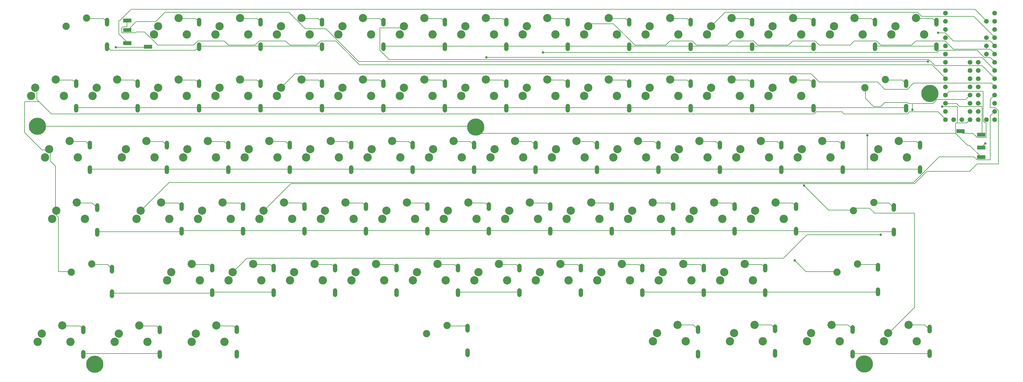
<source format=gbr>
G04 EAGLE Gerber X2 export*
%TF.Part,Single*%
%TF.FileFunction,Copper,L2,Bot,Mixed*%
%TF.FilePolarity,Positive*%
%TF.GenerationSoftware,Autodesk,EAGLE,9.1.2*%
%TF.CreationDate,2018-08-12T18:09:38Z*%
G75*
%MOMM*%
%FSLAX34Y34*%
%LPD*%
%AMOC8*
5,1,8,0,0,1.08239X$1,22.5*%
G01*
%ADD10C,2.540000*%
%ADD11C,2.571600*%
%ADD12C,1.320800*%
%ADD13C,2.250000*%
%ADD14R,2.500000X1.200000*%
%ADD15C,5.334000*%
%ADD16C,1.473200*%
%ADD17C,0.152400*%
%ADD18C,0.756400*%


D10*
X326390Y716280D03*
X389890Y741680D03*
D11*
X313690Y690880D03*
X415290Y690880D03*
D10*
X516890Y716280D03*
X580390Y741680D03*
D11*
X504190Y690880D03*
X605790Y690880D03*
D10*
X707390Y716280D03*
X770890Y741680D03*
D11*
X694690Y690880D03*
X796290Y690880D03*
D10*
X897890Y716280D03*
X961390Y741680D03*
D11*
X885190Y690880D03*
X986790Y690880D03*
D10*
X1088390Y716280D03*
X1151890Y741680D03*
D11*
X1075690Y690880D03*
X1177290Y690880D03*
D10*
X1278890Y716280D03*
X1342390Y741680D03*
D11*
X1266190Y690880D03*
X1367790Y690880D03*
D10*
X1469390Y716280D03*
X1532890Y741680D03*
D11*
X1456690Y690880D03*
X1558290Y690880D03*
D10*
X1659890Y716280D03*
X1723390Y741680D03*
D11*
X1647190Y690880D03*
X1748790Y690880D03*
D10*
X1850390Y716280D03*
X1913890Y741680D03*
D11*
X1837690Y690880D03*
X1939290Y690880D03*
D10*
X2040890Y716280D03*
X2104390Y741680D03*
D11*
X2028190Y690880D03*
X2129790Y690880D03*
D10*
X2231390Y716280D03*
X2294890Y741680D03*
D11*
X2218690Y690880D03*
X2320290Y690880D03*
D10*
X2421890Y716280D03*
X2485390Y741680D03*
D11*
X2409190Y690880D03*
X2510790Y690880D03*
D10*
X2659380Y716280D03*
X2722880Y741680D03*
D11*
X2646680Y690880D03*
X2748280Y690880D03*
D12*
X453390Y722376D02*
X453390Y735584D01*
X453390Y659384D02*
X453390Y646176D01*
X643890Y722376D02*
X643890Y735584D01*
X643890Y659384D02*
X643890Y646176D01*
X834390Y722376D02*
X834390Y735584D01*
X834390Y659384D02*
X834390Y646176D01*
X1024890Y722376D02*
X1024890Y735584D01*
X1024890Y659384D02*
X1024890Y646176D01*
X1215390Y722376D02*
X1215390Y735584D01*
X1215390Y659384D02*
X1215390Y646176D01*
X1405890Y722376D02*
X1405890Y735584D01*
X1405890Y659384D02*
X1405890Y646176D01*
X1596390Y722376D02*
X1596390Y735584D01*
X1596390Y659384D02*
X1596390Y646176D01*
X1786890Y722376D02*
X1786890Y735584D01*
X1786890Y659384D02*
X1786890Y646176D01*
X1977390Y722376D02*
X1977390Y735584D01*
X1977390Y659384D02*
X1977390Y646176D01*
X2167890Y722376D02*
X2167890Y735584D01*
X2167890Y659384D02*
X2167890Y646176D01*
X2358390Y722376D02*
X2358390Y735584D01*
X2358390Y659384D02*
X2358390Y646176D01*
X2548890Y722376D02*
X2548890Y735584D01*
X2548890Y659384D02*
X2548890Y646176D01*
X2788920Y722376D02*
X2788920Y735584D01*
X2788920Y659384D02*
X2788920Y646176D01*
D10*
X372110Y525780D03*
X435610Y551180D03*
D11*
X359410Y500380D03*
X461010Y500380D03*
D10*
X562610Y525780D03*
X626110Y551180D03*
D11*
X549910Y500380D03*
X651510Y500380D03*
D10*
X753110Y525780D03*
X816610Y551180D03*
D11*
X740410Y500380D03*
X842010Y500380D03*
D10*
X943610Y525780D03*
X1007110Y551180D03*
D11*
X930910Y500380D03*
X1032510Y500380D03*
D10*
X1134110Y525780D03*
X1197610Y551180D03*
D11*
X1121410Y500380D03*
X1223010Y500380D03*
D10*
X1324610Y525780D03*
X1388110Y551180D03*
D11*
X1311910Y500380D03*
X1413510Y500380D03*
D10*
X1515110Y525780D03*
X1578610Y551180D03*
D11*
X1502410Y500380D03*
X1604010Y500380D03*
D10*
X1705610Y525780D03*
X1769110Y551180D03*
D11*
X1692910Y500380D03*
X1794510Y500380D03*
D10*
X1896110Y525780D03*
X1959610Y551180D03*
D11*
X1883410Y500380D03*
X1985010Y500380D03*
D10*
X2086610Y525780D03*
X2150110Y551180D03*
D11*
X2073910Y500380D03*
X2175510Y500380D03*
D10*
X2277110Y525780D03*
X2340610Y551180D03*
D11*
X2264410Y500380D03*
X2366010Y500380D03*
D12*
X499110Y531876D02*
X499110Y545084D01*
X499110Y468884D02*
X499110Y455676D01*
X689610Y531876D02*
X689610Y545084D01*
X689610Y468884D02*
X689610Y455676D01*
X880110Y531876D02*
X880110Y545084D01*
X880110Y468884D02*
X880110Y455676D01*
X1070610Y531876D02*
X1070610Y545084D01*
X1070610Y468884D02*
X1070610Y455676D01*
X1261110Y531876D02*
X1261110Y545084D01*
X1261110Y468884D02*
X1261110Y455676D01*
X1451610Y531876D02*
X1451610Y545084D01*
X1451610Y468884D02*
X1451610Y455676D01*
X1642110Y531876D02*
X1642110Y545084D01*
X1642110Y468884D02*
X1642110Y455676D01*
X1832610Y531876D02*
X1832610Y545084D01*
X1832610Y468884D02*
X1832610Y455676D01*
X2023110Y531876D02*
X2023110Y545084D01*
X2023110Y468884D02*
X2023110Y455676D01*
X2213610Y531876D02*
X2213610Y545084D01*
X2213610Y468884D02*
X2213610Y455676D01*
X2404110Y531876D02*
X2404110Y545084D01*
X2404110Y468884D02*
X2404110Y455676D01*
D10*
X467360Y335280D03*
X530860Y360680D03*
D11*
X454660Y309880D03*
X556260Y309880D03*
D10*
X657860Y335280D03*
X721360Y360680D03*
D11*
X645160Y309880D03*
X746760Y309880D03*
D10*
X848360Y335280D03*
X911860Y360680D03*
D11*
X835660Y309880D03*
X937260Y309880D03*
D10*
X1038860Y335280D03*
X1102360Y360680D03*
D11*
X1026160Y309880D03*
X1127760Y309880D03*
D10*
X1229360Y335280D03*
X1292860Y360680D03*
D11*
X1216660Y309880D03*
X1318260Y309880D03*
D10*
X1419860Y335280D03*
X1483360Y360680D03*
D11*
X1407160Y309880D03*
X1508760Y309880D03*
D10*
X1610360Y335280D03*
X1673860Y360680D03*
D11*
X1597660Y309880D03*
X1699260Y309880D03*
D10*
X1800860Y335280D03*
X1864360Y360680D03*
D11*
X1788160Y309880D03*
X1889760Y309880D03*
D10*
X1991360Y335280D03*
X2054860Y360680D03*
D11*
X1978660Y309880D03*
X2080260Y309880D03*
D10*
X2181860Y335280D03*
X2245360Y360680D03*
D11*
X2169160Y309880D03*
X2270760Y309880D03*
D12*
X594360Y341376D02*
X594360Y354584D01*
X594360Y278384D02*
X594360Y265176D01*
X784860Y341376D02*
X784860Y354584D01*
X784860Y278384D02*
X784860Y265176D01*
X975360Y341376D02*
X975360Y354584D01*
X975360Y278384D02*
X975360Y265176D01*
X1165860Y341376D02*
X1165860Y354584D01*
X1165860Y278384D02*
X1165860Y265176D01*
X1356360Y341376D02*
X1356360Y354584D01*
X1356360Y278384D02*
X1356360Y265176D01*
X1546860Y341376D02*
X1546860Y354584D01*
X1546860Y278384D02*
X1546860Y265176D01*
X1737360Y341376D02*
X1737360Y354584D01*
X1737360Y278384D02*
X1737360Y265176D01*
X1927860Y341376D02*
X1927860Y354584D01*
X1927860Y278384D02*
X1927860Y265176D01*
X2118360Y341376D02*
X2118360Y354584D01*
X2118360Y278384D02*
X2118360Y265176D01*
X2308860Y341376D02*
X2308860Y354584D01*
X2308860Y278384D02*
X2308860Y265176D01*
D10*
X88900Y716280D03*
X152400Y741680D03*
D11*
X76200Y690880D03*
X177800Y690880D03*
D10*
X110490Y525780D03*
X173990Y551180D03*
D11*
X97790Y500380D03*
X199390Y500380D03*
D12*
X214630Y722376D02*
X214630Y735584D01*
X214630Y659384D02*
X214630Y646176D01*
X237490Y541274D02*
X237490Y528066D01*
X237490Y465074D02*
X237490Y451866D01*
X283210Y350774D02*
X283210Y337566D01*
X283210Y274574D02*
X283210Y261366D01*
X2658110Y343916D02*
X2658110Y357124D01*
X2658110Y280924D02*
X2658110Y267716D01*
X2707640Y529336D02*
X2707640Y542544D01*
X2707640Y466344D02*
X2707640Y453136D01*
D10*
X236220Y906780D03*
X299720Y932180D03*
D11*
X223520Y881380D03*
X325120Y881380D03*
D10*
X426720Y906780D03*
X490220Y932180D03*
D11*
X414020Y881380D03*
X515620Y881380D03*
D10*
X617220Y906780D03*
X680720Y932180D03*
D11*
X604520Y881380D03*
X706120Y881380D03*
D10*
X807720Y906780D03*
X871220Y932180D03*
D11*
X795020Y881380D03*
X896620Y881380D03*
D10*
X998220Y906780D03*
X1061720Y932180D03*
D11*
X985520Y881380D03*
X1087120Y881380D03*
D10*
X1188720Y906780D03*
X1252220Y932180D03*
D11*
X1176020Y881380D03*
X1277620Y881380D03*
D10*
X1379220Y906780D03*
X1442720Y932180D03*
D11*
X1366520Y881380D03*
X1468120Y881380D03*
D10*
X1569720Y906780D03*
X1633220Y932180D03*
D11*
X1557020Y881380D03*
X1658620Y881380D03*
D10*
X1760220Y906780D03*
X1823720Y932180D03*
D11*
X1747520Y881380D03*
X1849120Y881380D03*
D10*
X1950720Y906780D03*
X2014220Y932180D03*
D11*
X1938020Y881380D03*
X2039620Y881380D03*
D10*
X2141220Y906780D03*
X2204720Y932180D03*
D11*
X2128520Y881380D03*
X2230120Y881380D03*
D10*
X2331720Y906780D03*
X2395220Y932180D03*
D11*
X2319020Y881380D03*
X2420620Y881380D03*
D12*
X363220Y912876D02*
X363220Y926084D01*
X363220Y849884D02*
X363220Y836676D01*
X553720Y912876D02*
X553720Y926084D01*
X553720Y849884D02*
X553720Y836676D01*
X744220Y912876D02*
X744220Y926084D01*
X744220Y849884D02*
X744220Y836676D01*
X934720Y912876D02*
X934720Y926084D01*
X934720Y849884D02*
X934720Y836676D01*
X1125220Y912876D02*
X1125220Y926084D01*
X1125220Y849884D02*
X1125220Y836676D01*
X1315720Y912876D02*
X1315720Y926084D01*
X1315720Y849884D02*
X1315720Y836676D01*
X1506220Y912876D02*
X1506220Y926084D01*
X1506220Y849884D02*
X1506220Y836676D01*
X1696720Y912876D02*
X1696720Y926084D01*
X1696720Y849884D02*
X1696720Y836676D01*
X1887220Y912876D02*
X1887220Y926084D01*
X1887220Y849884D02*
X1887220Y836676D01*
X2077720Y912876D02*
X2077720Y926084D01*
X2077720Y849884D02*
X2077720Y836676D01*
X2268220Y912876D02*
X2268220Y926084D01*
X2268220Y849884D02*
X2268220Y836676D01*
X2458720Y912876D02*
X2458720Y926084D01*
X2458720Y849884D02*
X2458720Y836676D01*
X2745740Y912876D02*
X2745740Y926084D01*
X2745740Y849884D02*
X2745740Y836676D01*
D10*
X45720Y906780D03*
X109220Y932180D03*
D11*
X33020Y881380D03*
X134620Y881380D03*
D12*
X172720Y912876D02*
X172720Y926084D01*
X172720Y849884D02*
X172720Y836676D01*
D10*
X66040Y144780D03*
X129540Y170180D03*
D11*
X53340Y119380D03*
X154940Y119380D03*
D10*
X304800Y144780D03*
X368300Y170180D03*
D11*
X292100Y119380D03*
X393700Y119380D03*
D10*
X543560Y144780D03*
X607060Y170180D03*
D11*
X530860Y119380D03*
X632460Y119380D03*
D10*
X1973580Y146050D03*
X2037080Y171450D03*
D11*
X1960880Y120650D03*
X2062480Y120650D03*
D10*
X2212340Y146050D03*
X2275840Y171450D03*
D11*
X2199640Y120650D03*
X2301240Y120650D03*
D12*
X194310Y149606D02*
X194310Y162814D01*
X194310Y86614D02*
X194310Y73406D01*
X431800Y149606D02*
X431800Y162814D01*
X431800Y86614D02*
X431800Y73406D01*
X670560Y150876D02*
X670560Y164084D01*
X670560Y87884D02*
X670560Y74676D01*
X1385570Y154686D02*
X1385570Y167894D01*
X1385570Y91694D02*
X1385570Y78486D01*
X2100580Y150876D02*
X2100580Y164084D01*
X2100580Y87884D02*
X2100580Y74676D01*
X2339340Y153416D02*
X2339340Y166624D01*
X2339340Y90424D02*
X2339340Y77216D01*
D10*
X426720Y1097280D03*
X490220Y1122680D03*
D11*
X414020Y1071880D03*
X515620Y1071880D03*
D10*
X617220Y1097280D03*
X680720Y1122680D03*
D11*
X604520Y1071880D03*
X706120Y1071880D03*
D10*
X807720Y1097280D03*
X871220Y1122680D03*
D11*
X795020Y1071880D03*
X896620Y1071880D03*
D10*
X998220Y1097280D03*
X1061720Y1122680D03*
D11*
X985520Y1071880D03*
X1087120Y1071880D03*
D10*
X1188720Y1097280D03*
X1252220Y1122680D03*
D11*
X1176020Y1071880D03*
X1277620Y1071880D03*
D10*
X1379220Y1097280D03*
X1442720Y1122680D03*
D11*
X1366520Y1071880D03*
X1468120Y1071880D03*
D10*
X1569720Y1097280D03*
X1633220Y1122680D03*
D11*
X1557020Y1071880D03*
X1658620Y1071880D03*
D10*
X1760220Y1097280D03*
X1823720Y1122680D03*
D11*
X1747520Y1071880D03*
X1849120Y1071880D03*
D10*
X1950720Y1097280D03*
X2014220Y1122680D03*
D11*
X1938020Y1071880D03*
X2039620Y1071880D03*
D10*
X2141220Y1097280D03*
X2204720Y1122680D03*
D11*
X2128520Y1071880D03*
X2230120Y1071880D03*
D10*
X2331720Y1097280D03*
X2395220Y1122680D03*
D11*
X2319020Y1071880D03*
X2420620Y1071880D03*
D10*
X2522220Y1097280D03*
X2585720Y1122680D03*
D11*
X2509520Y1071880D03*
X2611120Y1071880D03*
D12*
X553720Y1103376D02*
X553720Y1116584D01*
X553720Y1040384D02*
X553720Y1027176D01*
X744220Y1103376D02*
X744220Y1116584D01*
X744220Y1040384D02*
X744220Y1027176D01*
X934720Y1103376D02*
X934720Y1116584D01*
X934720Y1040384D02*
X934720Y1027176D01*
X1125220Y1103376D02*
X1125220Y1116584D01*
X1125220Y1040384D02*
X1125220Y1027176D01*
X1315720Y1103376D02*
X1315720Y1116584D01*
X1315720Y1040384D02*
X1315720Y1027176D01*
X1506220Y1103376D02*
X1506220Y1116584D01*
X1506220Y1040384D02*
X1506220Y1027176D01*
X1696720Y1103376D02*
X1696720Y1116584D01*
X1696720Y1040384D02*
X1696720Y1027176D01*
X1887220Y1103376D02*
X1887220Y1116584D01*
X1887220Y1040384D02*
X1887220Y1027176D01*
X2077720Y1103376D02*
X2077720Y1116584D01*
X2077720Y1040384D02*
X2077720Y1027176D01*
X2268220Y1103376D02*
X2268220Y1116584D01*
X2268220Y1040384D02*
X2268220Y1027176D01*
X2458720Y1103376D02*
X2458720Y1116584D01*
X2458720Y1040384D02*
X2458720Y1027176D01*
X2649220Y1103376D02*
X2649220Y1116584D01*
X2649220Y1040384D02*
X2649220Y1027176D01*
X267970Y1103376D02*
X267970Y1116584D01*
X267970Y1040384D02*
X267970Y1027176D01*
D10*
X2451100Y146050D03*
X2514600Y171450D03*
D11*
X2438400Y120650D03*
X2540000Y120650D03*
D12*
X2579370Y150876D02*
X2579370Y164084D01*
X2579370Y87884D02*
X2579370Y74676D01*
D10*
X2689860Y146050D03*
X2753360Y171450D03*
D11*
X2677160Y120650D03*
X2778760Y120650D03*
D12*
X2818130Y152146D02*
X2818130Y165354D01*
X2818130Y89154D02*
X2818130Y75946D01*
D10*
X2712720Y1097280D03*
X2776220Y1122680D03*
D11*
X2700020Y1071880D03*
X2801620Y1071880D03*
D12*
X2839720Y1103376D02*
X2839720Y1116584D01*
X2839720Y1040384D02*
X2839720Y1027176D01*
D13*
X1258570Y144780D03*
X1322070Y170180D03*
X140970Y1097280D03*
X204470Y1122680D03*
X157480Y335280D03*
X220980Y360680D03*
X2531110Y335280D03*
X2594610Y360680D03*
X2581910Y525780D03*
X2645410Y551180D03*
X2617470Y906780D03*
X2680970Y932180D03*
D14*
X2978900Y761130D03*
X2913900Y772130D03*
X2978900Y721130D03*
X2978900Y691130D03*
X330720Y1044810D03*
X395720Y1033810D03*
X330720Y1084810D03*
X330720Y1114810D03*
D15*
X2616200Y50800D03*
X229870Y49530D03*
X1410970Y784860D03*
X52070Y787400D03*
D16*
X2867660Y1137920D03*
X2867660Y1112520D03*
X2867660Y1087120D03*
X2867660Y1061720D03*
X2867660Y1036320D03*
X2867660Y1010920D03*
X2867660Y985520D03*
X2867660Y960120D03*
X2867660Y934720D03*
X2867660Y909320D03*
X2867660Y883920D03*
X2867660Y858520D03*
X2867660Y833120D03*
X2867660Y807720D03*
X2893060Y807720D03*
X2918460Y807720D03*
X2943860Y807720D03*
X2969260Y807720D03*
X2994660Y807720D03*
X3020060Y807720D03*
X3020060Y833120D03*
X3020060Y858520D03*
X3020060Y883920D03*
X3020060Y909320D03*
X3020060Y934720D03*
X3020060Y960120D03*
X3020060Y985520D03*
X3020060Y1010920D03*
X3020060Y1036320D03*
X3020060Y1061720D03*
X3020060Y1087120D03*
X3020060Y1112520D03*
X3020060Y1137920D03*
X2994660Y1112520D03*
X2994660Y1061720D03*
X2994660Y1036320D03*
X2994660Y1010920D03*
X2943860Y833120D03*
X2969260Y833120D03*
X2943860Y858520D03*
X2943860Y883920D03*
X2943860Y909320D03*
X2943860Y934720D03*
X2969260Y858520D03*
X2969260Y883920D03*
X2969260Y909320D03*
X2969260Y934720D03*
X2969260Y960120D03*
X2969260Y985520D03*
X2943860Y960120D03*
X2943860Y985520D03*
D15*
X2819400Y889000D03*
D17*
X450850Y730250D02*
X441325Y739775D01*
X390525Y739775D01*
X450850Y730250D02*
X453390Y728980D01*
X390525Y739775D02*
X389890Y741680D01*
X631825Y739775D02*
X641350Y730250D01*
X631825Y739775D02*
X581025Y739775D01*
X641350Y730250D02*
X643890Y728980D01*
X581025Y739775D02*
X580390Y741680D01*
X822325Y739775D02*
X831850Y730250D01*
X822325Y739775D02*
X771525Y739775D01*
X831850Y730250D02*
X834390Y728980D01*
X771525Y739775D02*
X770890Y741680D01*
X1012825Y739775D02*
X1022350Y730250D01*
X1012825Y739775D02*
X962025Y739775D01*
X1022350Y730250D02*
X1024890Y728980D01*
X962025Y739775D02*
X961390Y741680D01*
X1203325Y739775D02*
X1212850Y730250D01*
X1203325Y739775D02*
X1152525Y739775D01*
X1212850Y730250D02*
X1215390Y728980D01*
X1152525Y739775D02*
X1151890Y741680D01*
X1393825Y739775D02*
X1403350Y730250D01*
X1393825Y739775D02*
X1343025Y739775D01*
X1403350Y730250D02*
X1405890Y728980D01*
X1343025Y739775D02*
X1342390Y741680D01*
X1584325Y739775D02*
X1593850Y730250D01*
X1584325Y739775D02*
X1533525Y739775D01*
X1593850Y730250D02*
X1596390Y728980D01*
X1533525Y739775D02*
X1532890Y741680D01*
X1774825Y739775D02*
X1784350Y730250D01*
X1774825Y739775D02*
X1724025Y739775D01*
X1784350Y730250D02*
X1786890Y728980D01*
X1724025Y739775D02*
X1723390Y741680D01*
X1965325Y739775D02*
X1974850Y730250D01*
X1965325Y739775D02*
X1914525Y739775D01*
X1974850Y730250D02*
X1977390Y728980D01*
X1914525Y739775D02*
X1913890Y741680D01*
X2155825Y739775D02*
X2165350Y730250D01*
X2155825Y739775D02*
X2105025Y739775D01*
X2165350Y730250D02*
X2167890Y728980D01*
X2105025Y739775D02*
X2104390Y741680D01*
X2346325Y739775D02*
X2355850Y730250D01*
X2346325Y739775D02*
X2295525Y739775D01*
X2355850Y730250D02*
X2358390Y728980D01*
X2295525Y739775D02*
X2294890Y741680D01*
X2536825Y739775D02*
X2546350Y730250D01*
X2536825Y739775D02*
X2486025Y739775D01*
X2546350Y730250D02*
X2548890Y728980D01*
X2486025Y739775D02*
X2485390Y741680D01*
X2778125Y739775D02*
X2787650Y730250D01*
X2778125Y739775D02*
X2724150Y739775D01*
X2787650Y730250D02*
X2788920Y728980D01*
X2724150Y739775D02*
X2722880Y741680D01*
X498475Y539750D02*
X488950Y549275D01*
X438150Y549275D01*
X498475Y539750D02*
X499110Y538480D01*
X438150Y549275D02*
X435610Y551180D01*
X679450Y549275D02*
X688975Y539750D01*
X679450Y549275D02*
X628650Y549275D01*
X688975Y539750D02*
X689610Y538480D01*
X628650Y549275D02*
X626110Y551180D01*
X869950Y549275D02*
X879475Y539750D01*
X869950Y549275D02*
X819150Y549275D01*
X879475Y539750D02*
X880110Y538480D01*
X819150Y549275D02*
X816610Y551180D01*
X1060450Y549275D02*
X1069975Y539750D01*
X1060450Y549275D02*
X1009650Y549275D01*
X1069975Y539750D02*
X1070610Y538480D01*
X1009650Y549275D02*
X1007110Y551180D01*
X1250950Y549275D02*
X1260475Y539750D01*
X1250950Y549275D02*
X1200150Y549275D01*
X1260475Y539750D02*
X1261110Y538480D01*
X1200150Y549275D02*
X1197610Y551180D01*
X1441450Y549275D02*
X1450975Y539750D01*
X1441450Y549275D02*
X1390650Y549275D01*
X1450975Y539750D02*
X1451610Y538480D01*
X1390650Y549275D02*
X1388110Y551180D01*
X1631950Y549275D02*
X1641475Y539750D01*
X1631950Y549275D02*
X1581150Y549275D01*
X1641475Y539750D02*
X1642110Y538480D01*
X1581150Y549275D02*
X1578610Y551180D01*
X1822450Y549275D02*
X1831975Y539750D01*
X1822450Y549275D02*
X1771650Y549275D01*
X1831975Y539750D02*
X1832610Y538480D01*
X1771650Y549275D02*
X1769110Y551180D01*
X2012950Y549275D02*
X2022475Y539750D01*
X2012950Y549275D02*
X1962150Y549275D01*
X2022475Y539750D02*
X2023110Y538480D01*
X1962150Y549275D02*
X1959610Y551180D01*
X2203450Y549275D02*
X2212975Y539750D01*
X2203450Y549275D02*
X2152650Y549275D01*
X2212975Y539750D02*
X2213610Y538480D01*
X2152650Y549275D02*
X2150110Y551180D01*
X2393950Y549275D02*
X2403475Y539750D01*
X2393950Y549275D02*
X2343150Y549275D01*
X2403475Y539750D02*
X2404110Y538480D01*
X2343150Y549275D02*
X2340610Y551180D01*
X593725Y349250D02*
X584200Y358775D01*
X533400Y358775D01*
X593725Y349250D02*
X594360Y347980D01*
X533400Y358775D02*
X530860Y360680D01*
X774700Y358775D02*
X784225Y349250D01*
X774700Y358775D02*
X723900Y358775D01*
X784225Y349250D02*
X784860Y347980D01*
X723900Y358775D02*
X721360Y360680D01*
X965200Y358775D02*
X974725Y349250D01*
X965200Y358775D02*
X914400Y358775D01*
X974725Y349250D02*
X975360Y347980D01*
X914400Y358775D02*
X911860Y360680D01*
X1155700Y358775D02*
X1165225Y349250D01*
X1155700Y358775D02*
X1104900Y358775D01*
X1165225Y349250D02*
X1165860Y347980D01*
X1104900Y358775D02*
X1102360Y360680D01*
X1346200Y358775D02*
X1355725Y349250D01*
X1346200Y358775D02*
X1295400Y358775D01*
X1355725Y349250D02*
X1356360Y347980D01*
X1295400Y358775D02*
X1292860Y360680D01*
X1536700Y358775D02*
X1546225Y349250D01*
X1536700Y358775D02*
X1485900Y358775D01*
X1546225Y349250D02*
X1546860Y347980D01*
X1485900Y358775D02*
X1483360Y360680D01*
X1727200Y358775D02*
X1736725Y349250D01*
X1727200Y358775D02*
X1676400Y358775D01*
X1736725Y349250D02*
X1737360Y347980D01*
X1676400Y358775D02*
X1673860Y360680D01*
X1917700Y358775D02*
X1927225Y349250D01*
X1917700Y358775D02*
X1866900Y358775D01*
X1927225Y349250D02*
X1927860Y347980D01*
X1866900Y358775D02*
X1864360Y360680D01*
X2108200Y358775D02*
X2117725Y349250D01*
X2108200Y358775D02*
X2057400Y358775D01*
X2117725Y349250D02*
X2118360Y347980D01*
X2057400Y358775D02*
X2054860Y360680D01*
X2298700Y358775D02*
X2308225Y349250D01*
X2298700Y358775D02*
X2247900Y358775D01*
X2308225Y349250D02*
X2308860Y347980D01*
X2247900Y358775D02*
X2245360Y360680D01*
X593725Y269875D02*
X285750Y269875D01*
X283210Y267970D01*
X593725Y269875D02*
X594360Y271780D01*
X596900Y273050D02*
X784225Y273050D01*
X784860Y271780D01*
X596900Y273050D02*
X594360Y271780D01*
X1358900Y273050D02*
X1546225Y273050D01*
X1546860Y271780D01*
X1358900Y273050D02*
X1356360Y271780D01*
X1930400Y273050D02*
X2117725Y273050D01*
X1930400Y273050D02*
X1927860Y271780D01*
X2117725Y273050D02*
X2118360Y271780D01*
X2120900Y273050D02*
X2308225Y273050D01*
X2308860Y271780D01*
X2120900Y273050D02*
X2118360Y271780D01*
X2311400Y273050D02*
X2657475Y273050D01*
X2658110Y274320D01*
X2311400Y273050D02*
X2308860Y271780D01*
X2216150Y463550D02*
X2403475Y463550D01*
X2216150Y463550D02*
X2213610Y462280D01*
X2403475Y463550D02*
X2404110Y462280D01*
X2406650Y460375D02*
X2705100Y460375D01*
X2707640Y459740D01*
X2406650Y460375D02*
X2404110Y462280D01*
X2022475Y463550D02*
X1835150Y463550D01*
X1832610Y462280D01*
X2022475Y463550D02*
X2023110Y462280D01*
X1641475Y463550D02*
X1454150Y463550D01*
X1451610Y462280D01*
X1641475Y463550D02*
X1642110Y462280D01*
X1260475Y463550D02*
X1073150Y463550D01*
X1070610Y462280D01*
X1260475Y463550D02*
X1261110Y462280D01*
X879475Y463550D02*
X692150Y463550D01*
X689610Y462280D01*
X879475Y463550D02*
X880110Y462280D01*
X498475Y460375D02*
X238125Y460375D01*
X237490Y458470D01*
X498475Y460375D02*
X499110Y462280D01*
X501650Y463550D02*
X688975Y463550D01*
X689610Y462280D01*
X501650Y463550D02*
X499110Y462280D01*
X882650Y463550D02*
X1069975Y463550D01*
X1070610Y462280D01*
X882650Y463550D02*
X880110Y462280D01*
X1263650Y463550D02*
X1450975Y463550D01*
X1451610Y462280D01*
X1263650Y463550D02*
X1261110Y462280D01*
X1644650Y463550D02*
X1831975Y463550D01*
X1832610Y462280D01*
X1644650Y463550D02*
X1642110Y462280D01*
X2025650Y463550D02*
X2212975Y463550D01*
X2213610Y462280D01*
X2025650Y463550D02*
X2023110Y462280D01*
X2168525Y654050D02*
X2355850Y654050D01*
X2168525Y654050D02*
X2167890Y652780D01*
X2355850Y654050D02*
X2358390Y652780D01*
X2359025Y654050D02*
X2546350Y654050D01*
X2548890Y652780D01*
X2359025Y654050D02*
X2358390Y652780D01*
X2549525Y654050D02*
X2625725Y654050D01*
X2787650Y654050D01*
X2788920Y652780D01*
X2549525Y654050D02*
X2548890Y652780D01*
X2625725Y654050D02*
X2625725Y758825D01*
X1974850Y654050D02*
X1787525Y654050D01*
X1786890Y652780D01*
X1974850Y654050D02*
X1977390Y652780D01*
X1593850Y654050D02*
X1406525Y654050D01*
X1405890Y652780D01*
X1593850Y654050D02*
X1596390Y652780D01*
X1212850Y654050D02*
X1025525Y654050D01*
X1024890Y652780D01*
X1212850Y654050D02*
X1215390Y652780D01*
X831850Y654050D02*
X644525Y654050D01*
X643890Y652780D01*
X831850Y654050D02*
X834390Y652780D01*
X450850Y654050D02*
X215900Y654050D01*
X214630Y652780D01*
X450850Y654050D02*
X453390Y652780D01*
X454025Y654050D02*
X641350Y654050D01*
X643890Y652780D01*
X454025Y654050D02*
X453390Y652780D01*
X835025Y654050D02*
X1022350Y654050D01*
X1024890Y652780D01*
X835025Y654050D02*
X834390Y652780D01*
X1216025Y654050D02*
X1403350Y654050D01*
X1405890Y652780D01*
X1216025Y654050D02*
X1215390Y652780D01*
X1597025Y654050D02*
X1784350Y654050D01*
X1786890Y652780D01*
X1597025Y654050D02*
X1596390Y652780D01*
X1978025Y654050D02*
X2165350Y654050D01*
X2167890Y652780D01*
X1978025Y654050D02*
X1977390Y652780D01*
D18*
X2625725Y758825D03*
D17*
X2930525Y869950D02*
X2943225Y882650D01*
X2930525Y869950D02*
X2841625Y869950D01*
X2828925Y857250D01*
X2765425Y857250D02*
X2752725Y857250D01*
X2765425Y857250D02*
X2828925Y857250D01*
X2752725Y857250D02*
X2749550Y860425D01*
X2679700Y860425D01*
X2667000Y847725D01*
X2644775Y847725D01*
X2619375Y873125D01*
X2619375Y904875D01*
X2943225Y882650D02*
X2943860Y883920D01*
X2619375Y904875D02*
X2617470Y906780D01*
X2765425Y857250D02*
X2765425Y838200D01*
D18*
X2765425Y838200D03*
D17*
X212725Y730250D02*
X203200Y739775D01*
X152400Y739775D01*
X212725Y730250D02*
X214630Y728980D01*
X152400Y739775D02*
X152400Y741680D01*
X222250Y549275D02*
X234950Y536575D01*
X222250Y549275D02*
X174625Y549275D01*
X234950Y536575D02*
X237490Y534670D01*
X174625Y549275D02*
X173990Y551180D01*
X269875Y358775D02*
X282575Y346075D01*
X269875Y358775D02*
X222250Y358775D01*
X282575Y346075D02*
X283210Y344170D01*
X222250Y358775D02*
X220980Y360680D01*
X2651125Y358775D02*
X2657475Y352425D01*
X2651125Y358775D02*
X2597150Y358775D01*
X2657475Y352425D02*
X2658110Y350520D01*
X2597150Y358775D02*
X2594610Y360680D01*
X2705100Y536575D02*
X2692400Y549275D01*
X2647950Y549275D01*
X2705100Y536575D02*
X2707640Y535940D01*
X2647950Y549275D02*
X2645410Y551180D01*
X361950Y920750D02*
X352425Y930275D01*
X301625Y930275D01*
X361950Y920750D02*
X363220Y919480D01*
X301625Y930275D02*
X299720Y932180D01*
X542925Y930275D02*
X552450Y920750D01*
X542925Y930275D02*
X492125Y930275D01*
X552450Y920750D02*
X553720Y919480D01*
X492125Y930275D02*
X490220Y932180D01*
X733425Y930275D02*
X742950Y920750D01*
X733425Y930275D02*
X682625Y930275D01*
X742950Y920750D02*
X744220Y919480D01*
X682625Y930275D02*
X680720Y932180D01*
X923925Y930275D02*
X933450Y920750D01*
X923925Y930275D02*
X873125Y930275D01*
X933450Y920750D02*
X934720Y919480D01*
X873125Y930275D02*
X871220Y932180D01*
X1114425Y930275D02*
X1123950Y920750D01*
X1114425Y930275D02*
X1063625Y930275D01*
X1123950Y920750D02*
X1125220Y919480D01*
X1063625Y930275D02*
X1061720Y932180D01*
X1304925Y930275D02*
X1314450Y920750D01*
X1304925Y930275D02*
X1254125Y930275D01*
X1314450Y920750D02*
X1315720Y919480D01*
X1254125Y930275D02*
X1252220Y932180D01*
X1495425Y930275D02*
X1504950Y920750D01*
X1495425Y930275D02*
X1444625Y930275D01*
X1504950Y920750D02*
X1506220Y919480D01*
X1444625Y930275D02*
X1442720Y932180D01*
X1685925Y930275D02*
X1695450Y920750D01*
X1685925Y930275D02*
X1635125Y930275D01*
X1695450Y920750D02*
X1696720Y919480D01*
X1635125Y930275D02*
X1633220Y932180D01*
X1876425Y930275D02*
X1885950Y920750D01*
X1876425Y930275D02*
X1825625Y930275D01*
X1885950Y920750D02*
X1887220Y919480D01*
X1825625Y930275D02*
X1823720Y932180D01*
X2066925Y930275D02*
X2076450Y920750D01*
X2066925Y930275D02*
X2016125Y930275D01*
X2076450Y920750D02*
X2077720Y919480D01*
X2016125Y930275D02*
X2014220Y932180D01*
X2257425Y930275D02*
X2266950Y920750D01*
X2257425Y930275D02*
X2206625Y930275D01*
X2266950Y920750D02*
X2268220Y919480D01*
X2206625Y930275D02*
X2204720Y932180D01*
X2447925Y930275D02*
X2457450Y920750D01*
X2447925Y930275D02*
X2397125Y930275D01*
X2457450Y920750D02*
X2458720Y919480D01*
X2397125Y930275D02*
X2395220Y932180D01*
X2733675Y930275D02*
X2743200Y920750D01*
X2733675Y930275D02*
X2682875Y930275D01*
X2743200Y920750D02*
X2745740Y919480D01*
X2682875Y930275D02*
X2680970Y932180D01*
X171450Y920750D02*
X161925Y930275D01*
X111125Y930275D01*
X171450Y920750D02*
X172720Y919480D01*
X111125Y930275D02*
X109220Y932180D01*
X2079625Y844550D02*
X2266950Y844550D01*
X2079625Y844550D02*
X2077720Y843280D01*
X2266950Y844550D02*
X2268220Y843280D01*
X2270125Y844550D02*
X2457450Y844550D01*
X2458720Y843280D01*
X2270125Y844550D02*
X2268220Y843280D01*
X2460625Y844550D02*
X2743200Y844550D01*
X2745740Y843280D01*
X2460625Y844550D02*
X2458720Y843280D01*
X1885950Y844550D02*
X1698625Y844550D01*
X1696720Y843280D01*
X1885950Y844550D02*
X1887220Y843280D01*
X1504950Y844550D02*
X1317625Y844550D01*
X1315720Y843280D01*
X1504950Y844550D02*
X1506220Y843280D01*
X1123950Y844550D02*
X936625Y844550D01*
X934720Y843280D01*
X1123950Y844550D02*
X1125220Y843280D01*
X361950Y844550D02*
X174625Y844550D01*
X172720Y843280D01*
X361950Y844550D02*
X363220Y843280D01*
X555625Y844550D02*
X742950Y844550D01*
X555625Y844550D02*
X553720Y843280D01*
X742950Y844550D02*
X744220Y843280D01*
X552450Y844550D02*
X365125Y844550D01*
X363220Y843280D01*
X552450Y844550D02*
X553720Y843280D01*
X746125Y844550D02*
X933450Y844550D01*
X934720Y843280D01*
X746125Y844550D02*
X744220Y843280D01*
X1127125Y844550D02*
X1314450Y844550D01*
X1315720Y843280D01*
X1127125Y844550D02*
X1125220Y843280D01*
X1508125Y844550D02*
X1695450Y844550D01*
X1696720Y843280D01*
X1508125Y844550D02*
X1506220Y843280D01*
X1889125Y844550D02*
X2076450Y844550D01*
X2077720Y843280D01*
X1889125Y844550D02*
X1887220Y843280D01*
X193675Y158750D02*
X184150Y168275D01*
X130175Y168275D01*
X193675Y158750D02*
X194310Y156210D01*
X130175Y168275D02*
X129540Y170180D01*
X422275Y168275D02*
X431800Y158750D01*
X422275Y168275D02*
X368300Y168275D01*
X431800Y158750D02*
X431800Y156210D01*
X368300Y168275D02*
X368300Y170180D01*
X660400Y168275D02*
X669925Y158750D01*
X660400Y168275D02*
X609600Y168275D01*
X669925Y158750D02*
X670560Y157480D01*
X609600Y168275D02*
X607060Y170180D01*
X2085975Y171450D02*
X2098675Y158750D01*
X2085975Y171450D02*
X2038350Y171450D01*
X2098675Y158750D02*
X2100580Y157480D01*
X2038350Y171450D02*
X2037080Y171450D01*
X2327275Y171450D02*
X2336800Y161925D01*
X2327275Y171450D02*
X2276475Y171450D01*
X2336800Y161925D02*
X2339340Y160020D01*
X2276475Y171450D02*
X2275840Y171450D01*
X3006725Y819150D02*
X3019425Y831850D01*
X3006725Y819150D02*
X3006725Y682625D01*
X2965450Y682625D01*
X2955925Y692150D01*
X2847975Y692150D01*
X2768600Y612775D01*
X460375Y612775D01*
X374650Y527050D01*
X3019425Y831850D02*
X3020060Y833120D01*
X374650Y527050D02*
X372110Y525780D01*
X2438400Y450850D02*
X2667000Y450850D01*
X2438400Y450850D02*
X2365375Y377825D01*
X701675Y377825D01*
X660400Y336550D01*
X657860Y335280D01*
D18*
X2667000Y450850D03*
D17*
X3006725Y869950D02*
X3019425Y882650D01*
X3006725Y869950D02*
X3006725Y844550D01*
X3022600Y844550D01*
X3032125Y835025D01*
X3032125Y669925D01*
X2965450Y669925D01*
X2943225Y647700D01*
X2809875Y647700D01*
X2771775Y609600D01*
X838200Y609600D01*
X755650Y527050D01*
X3019425Y882650D02*
X3020060Y883920D01*
X755650Y527050D02*
X753110Y525780D01*
X3009900Y920750D02*
X3019425Y911225D01*
X3009900Y920750D02*
X2768600Y920750D01*
X2749550Y901700D01*
X2679700Y901700D01*
X2657475Y923925D01*
X2476500Y923925D01*
X2451100Y949325D01*
X850900Y949325D01*
X809625Y908050D01*
X3019425Y911225D02*
X3020060Y909320D01*
X809625Y908050D02*
X807720Y906780D01*
X2981325Y974725D02*
X3019425Y936625D01*
X2981325Y974725D02*
X2835275Y974725D01*
X2816225Y993775D01*
X1143000Y993775D01*
X1114425Y1022350D01*
X1114425Y1092200D01*
X1184275Y1092200D01*
X1187450Y1095375D01*
X3019425Y936625D02*
X3020060Y934720D01*
X1188720Y1097280D02*
X1187450Y1095375D01*
X2981325Y1000125D02*
X3019425Y962025D01*
X2981325Y1000125D02*
X1444625Y1000125D01*
X3019425Y962025D02*
X3020060Y960120D01*
D18*
X1444625Y1000125D03*
D17*
X3006725Y1000125D02*
X3019425Y987425D01*
X3006725Y1000125D02*
X2987675Y1000125D01*
X2965450Y1022350D01*
X2847975Y1022350D01*
X2841625Y1016000D01*
X1619250Y1016000D01*
X3019425Y987425D02*
X3020060Y985520D01*
D18*
X1619250Y1016000D03*
D17*
X3006725Y1025525D02*
X3019425Y1012825D01*
X3006725Y1025525D02*
X2892425Y1025525D01*
X2867025Y1050925D01*
X2774950Y1050925D01*
X2762250Y1038225D01*
X2667000Y1038225D01*
X2654300Y1050925D01*
X2584450Y1050925D01*
X2571750Y1038225D01*
X2476500Y1038225D01*
X2463800Y1050925D01*
X2393950Y1050925D01*
X2381250Y1038225D01*
X2286000Y1038225D01*
X2273300Y1050925D01*
X2203450Y1050925D01*
X2190750Y1038225D01*
X2095500Y1038225D01*
X2082800Y1050925D01*
X2012950Y1050925D01*
X2000250Y1038225D01*
X1905000Y1038225D01*
X1838325Y1104900D01*
X1768475Y1104900D01*
X1762125Y1098550D01*
X3019425Y1012825D02*
X3020060Y1010920D01*
X1762125Y1098550D02*
X1760220Y1097280D01*
X3006725Y1050925D02*
X3019425Y1038225D01*
X3006725Y1050925D02*
X2892425Y1050925D01*
X2867025Y1076325D01*
X2844800Y1076325D01*
X3019425Y1038225D02*
X3020060Y1036320D01*
D18*
X2844800Y1076325D03*
D17*
X2955925Y1127125D02*
X3019425Y1063625D01*
X2955925Y1127125D02*
X2794000Y1127125D01*
X2781300Y1139825D01*
X2184400Y1139825D01*
X2143125Y1098550D01*
X3019425Y1063625D02*
X3020060Y1061720D01*
X2143125Y1098550D02*
X2141220Y1097280D01*
X2400300Y371475D02*
X2435225Y336550D01*
X2530475Y336550D01*
X2531110Y335280D01*
D18*
X2400300Y371475D03*
D17*
X2692400Y146050D02*
X2771775Y225425D01*
X2771775Y517525D01*
X2647950Y517525D01*
X2632075Y533400D01*
X2590800Y533400D01*
X2584450Y527050D01*
X2689860Y146050D02*
X2692400Y146050D01*
X2581910Y525780D02*
X2584450Y527050D01*
X2505075Y527050D02*
X2428875Y603250D01*
X2505075Y527050D02*
X2581275Y527050D01*
X2581910Y525780D01*
D18*
X2428875Y603250D03*
D17*
X552450Y1111250D02*
X542925Y1120775D01*
X492125Y1120775D01*
X552450Y1111250D02*
X553720Y1109980D01*
X492125Y1120775D02*
X490220Y1122680D01*
X733425Y1120775D02*
X742950Y1111250D01*
X733425Y1120775D02*
X682625Y1120775D01*
X742950Y1111250D02*
X744220Y1109980D01*
X682625Y1120775D02*
X680720Y1122680D01*
X923925Y1120775D02*
X933450Y1111250D01*
X923925Y1120775D02*
X873125Y1120775D01*
X933450Y1111250D02*
X934720Y1109980D01*
X873125Y1120775D02*
X871220Y1122680D01*
X1114425Y1120775D02*
X1123950Y1111250D01*
X1114425Y1120775D02*
X1063625Y1120775D01*
X1123950Y1111250D02*
X1125220Y1109980D01*
X1063625Y1120775D02*
X1061720Y1122680D01*
X1304925Y1120775D02*
X1314450Y1111250D01*
X1304925Y1120775D02*
X1254125Y1120775D01*
X1314450Y1111250D02*
X1315720Y1109980D01*
X1254125Y1120775D02*
X1252220Y1122680D01*
X1495425Y1120775D02*
X1504950Y1111250D01*
X1495425Y1120775D02*
X1444625Y1120775D01*
X1504950Y1111250D02*
X1506220Y1109980D01*
X1444625Y1120775D02*
X1442720Y1122680D01*
X1685925Y1120775D02*
X1695450Y1111250D01*
X1685925Y1120775D02*
X1635125Y1120775D01*
X1695450Y1111250D02*
X1696720Y1109980D01*
X1635125Y1120775D02*
X1633220Y1122680D01*
X1876425Y1120775D02*
X1885950Y1111250D01*
X1876425Y1120775D02*
X1825625Y1120775D01*
X1885950Y1111250D02*
X1887220Y1109980D01*
X1825625Y1120775D02*
X1823720Y1122680D01*
X2066925Y1120775D02*
X2076450Y1111250D01*
X2066925Y1120775D02*
X2016125Y1120775D01*
X2076450Y1111250D02*
X2077720Y1109980D01*
X2016125Y1120775D02*
X2014220Y1122680D01*
X2257425Y1120775D02*
X2266950Y1111250D01*
X2257425Y1120775D02*
X2206625Y1120775D01*
X2266950Y1111250D02*
X2268220Y1109980D01*
X2206625Y1120775D02*
X2204720Y1122680D01*
X2447925Y1120775D02*
X2457450Y1111250D01*
X2447925Y1120775D02*
X2397125Y1120775D01*
X2457450Y1111250D02*
X2458720Y1109980D01*
X2397125Y1120775D02*
X2395220Y1122680D01*
X2638425Y1120775D02*
X2647950Y1111250D01*
X2638425Y1120775D02*
X2587625Y1120775D01*
X2647950Y1111250D02*
X2649220Y1109980D01*
X2587625Y1120775D02*
X2585720Y1122680D01*
X2651125Y1035050D02*
X2838450Y1035050D01*
X2651125Y1035050D02*
X2649220Y1033780D01*
X2838450Y1035050D02*
X2839720Y1033780D01*
X2457450Y1035050D02*
X2270125Y1035050D01*
X2268220Y1033780D01*
X2457450Y1035050D02*
X2458720Y1033780D01*
X2076450Y1035050D02*
X1889125Y1035050D01*
X1887220Y1033780D01*
X2076450Y1035050D02*
X2077720Y1033780D01*
X1695450Y1035050D02*
X1508125Y1035050D01*
X1506220Y1033780D01*
X1695450Y1035050D02*
X1696720Y1033780D01*
X1314450Y1035050D02*
X1127125Y1035050D01*
X1125220Y1033780D01*
X1314450Y1035050D02*
X1315720Y1033780D01*
X933450Y1035050D02*
X746125Y1035050D01*
X744220Y1033780D01*
X933450Y1035050D02*
X934720Y1033780D01*
X279400Y1022350D02*
X269875Y1031875D01*
X279400Y1022350D02*
X542925Y1022350D01*
X552450Y1031875D01*
X269875Y1031875D02*
X267970Y1033780D01*
X552450Y1031875D02*
X553720Y1033780D01*
X555625Y1035050D02*
X742950Y1035050D01*
X744220Y1033780D01*
X555625Y1035050D02*
X553720Y1033780D01*
X1317625Y1035050D02*
X1504950Y1035050D01*
X1506220Y1033780D01*
X1317625Y1035050D02*
X1315720Y1033780D01*
X1698625Y1035050D02*
X1885950Y1035050D01*
X1887220Y1033780D01*
X1698625Y1035050D02*
X1696720Y1033780D01*
X2079625Y1035050D02*
X2266950Y1035050D01*
X2268220Y1033780D01*
X2079625Y1035050D02*
X2077720Y1033780D01*
X107950Y663575D02*
X107950Y527050D01*
X107950Y663575D02*
X92075Y679450D01*
X92075Y714375D01*
X88900Y714375D01*
X107950Y527050D02*
X110490Y525780D01*
X88900Y714375D02*
X88900Y716280D01*
X111125Y523875D02*
X111125Y511175D01*
X117475Y504825D01*
X117475Y336550D01*
X155575Y336550D01*
X111125Y523875D02*
X110490Y525780D01*
X155575Y336550D02*
X157480Y335280D01*
X2844800Y831850D02*
X2867025Y809625D01*
X2844800Y831850D02*
X2755900Y831850D01*
X2749550Y825500D01*
X2552700Y825500D01*
X2546350Y831850D01*
X2466975Y831850D01*
X2460625Y825500D01*
X95250Y825500D01*
X57150Y863600D02*
X50800Y869950D01*
X57150Y863600D02*
X95250Y825500D01*
X50800Y869950D02*
X50800Y904875D01*
X47625Y904875D01*
X2867025Y809625D02*
X2867660Y807720D01*
X47625Y904875D02*
X45720Y906780D01*
X66675Y713740D02*
X86360Y713740D01*
X66675Y713740D02*
X12700Y767715D01*
X12700Y863600D01*
X25400Y863600D02*
X57150Y863600D01*
X25400Y863600D02*
X12700Y863600D01*
X88900Y716280D02*
X86360Y713740D01*
X2565400Y171450D02*
X2578100Y158750D01*
X2565400Y171450D02*
X2514600Y171450D01*
X2578100Y158750D02*
X2579370Y157480D01*
X2803525Y171450D02*
X2816225Y158750D01*
X2803525Y171450D02*
X2755900Y171450D01*
X2816225Y158750D02*
X2818130Y158750D01*
X2755900Y171450D02*
X2753360Y171450D01*
X2838450Y1111250D02*
X2828925Y1120775D01*
X2778125Y1120775D01*
X2838450Y1111250D02*
X2839720Y1109980D01*
X2778125Y1120775D02*
X2776220Y1122680D01*
X431800Y82550D02*
X196850Y82550D01*
X194310Y80010D01*
X431800Y80010D02*
X431800Y82550D01*
X2581275Y82550D02*
X2816225Y82550D01*
X2581275Y82550D02*
X2579370Y81280D01*
X2816225Y82550D02*
X2818130Y82550D01*
X1384300Y161925D02*
X1377950Y168275D01*
X1323975Y168275D01*
X1384300Y161925D02*
X1385570Y161290D01*
X1323975Y168275D02*
X1322070Y170180D01*
X266700Y1111250D02*
X257175Y1120775D01*
X206375Y1120775D01*
X266700Y1111250D02*
X267970Y1109980D01*
X206375Y1120775D02*
X204470Y1122680D01*
X2981325Y723900D02*
X2990850Y733425D01*
X2981325Y723900D02*
X2978900Y721130D01*
X330200Y1047750D02*
X304800Y1073150D01*
X304800Y1114425D01*
X307975Y1114425D01*
X342900Y1149350D01*
X2959100Y1149350D01*
X2994025Y1114425D01*
X330720Y1044810D02*
X330200Y1047750D01*
X2994025Y1114425D02*
X2994660Y1112520D01*
D18*
X2990850Y733425D03*
D17*
X2978150Y692150D02*
X2943225Y727075D01*
X2936875Y727075D01*
X2898775Y765175D01*
X2898775Y796925D01*
X2905125Y796925D02*
X2933700Y796925D01*
X2905125Y796925D02*
X2898775Y796925D01*
X2933700Y796925D02*
X2943225Y806450D01*
X2978150Y692150D02*
X2978900Y691130D01*
X2943225Y806450D02*
X2943860Y807720D01*
X2905125Y796925D02*
X2905125Y847725D01*
X2857500Y847725D01*
X393700Y1031875D02*
X295275Y1031875D01*
X393700Y1031875D02*
X395720Y1033810D01*
X52070Y787400D02*
X1409700Y787400D01*
X1410970Y784860D01*
X1431925Y765175D02*
X2898775Y765175D01*
X1431925Y765175D02*
X1412875Y784225D01*
X1410970Y784860D01*
D18*
X2857500Y847725D03*
X295275Y1031875D03*
D17*
X330200Y1095375D02*
X330200Y1114425D01*
X330200Y1095375D02*
X317500Y1095375D01*
X314325Y1092200D01*
X314325Y1076325D01*
X355600Y1076325D01*
X358775Y1079500D01*
X384175Y1079500D01*
X425450Y1038225D01*
X536575Y1038225D01*
X549275Y1050925D01*
X631825Y1050925D01*
X644525Y1038225D01*
X727075Y1038225D01*
X739775Y1050925D01*
X822325Y1050925D01*
X835025Y1038225D01*
X917575Y1038225D01*
X930275Y1050925D01*
X977900Y1050925D01*
X1050925Y977900D01*
X2825750Y977900D01*
X2867025Y936625D01*
X330720Y1114810D02*
X330200Y1114425D01*
X2867025Y936625D02*
X2867660Y934720D01*
X358775Y1111250D02*
X333375Y1085850D01*
X358775Y1111250D02*
X419100Y1111250D01*
X447675Y1139825D01*
X831850Y1139825D01*
X882650Y1089025D01*
X946150Y1089025D01*
X1047750Y987425D01*
X2813050Y987425D01*
X333375Y1085850D02*
X330720Y1084810D01*
D18*
X2813050Y987425D03*
D17*
X2914650Y771525D02*
X2921000Y765175D01*
X2952750Y765175D01*
X2965450Y752475D01*
X2994025Y752475D01*
X2994025Y796925D01*
X2990850Y796925D01*
X2984500Y803275D01*
X2984500Y895350D01*
X2879725Y895350D01*
X2870200Y885825D01*
X2913900Y772130D02*
X2914650Y771525D01*
X2867660Y883920D02*
X2870200Y885825D01*
X2981325Y847725D02*
X2981325Y762000D01*
X2981325Y847725D02*
X2911475Y847725D01*
X2901950Y857250D01*
X2870200Y857250D01*
X2978900Y761130D02*
X2981325Y762000D01*
X2870200Y857250D02*
X2867660Y858520D01*
M02*

</source>
